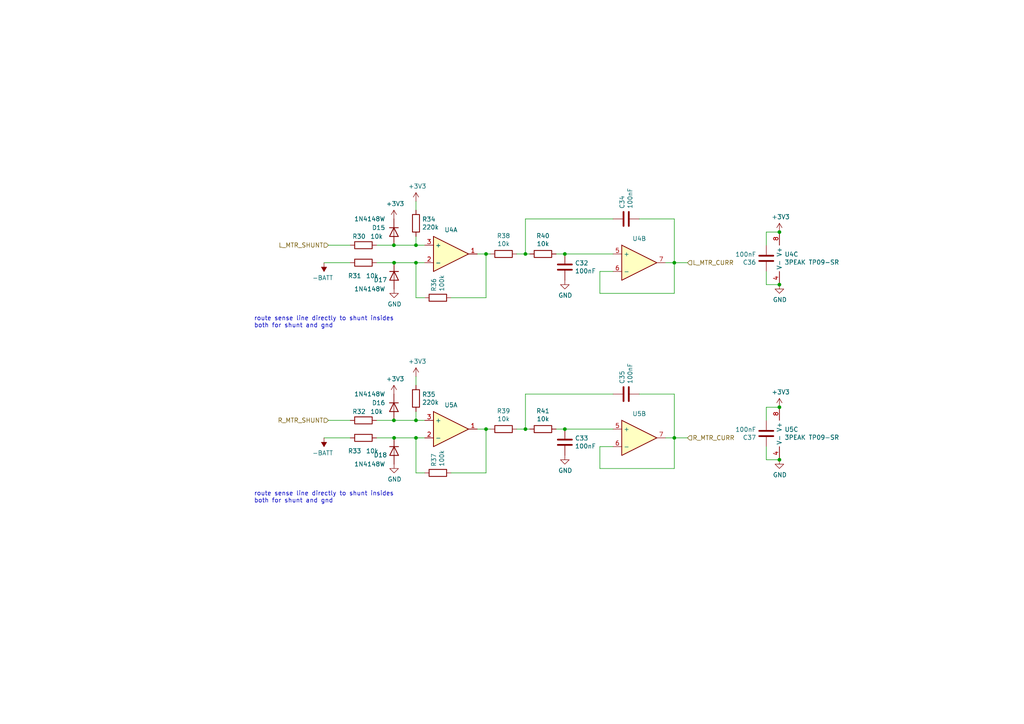
<source format=kicad_sch>
(kicad_sch (version 20211123) (generator eeschema)
  (paper "A4")
  (lib_symbols
    (symbol "Device:C" (pin_numbers hide) (pin_names (offset 0.254))
      (property "Reference" "C" (at 0.635 2.54 0))
      (property "Value" "C" (at 0.635 -2.54 0))
      (symbol "C_0_1"
        (polyline (pts (xy -2.032 -0.762) (xy 2.032 -0.762)) (stroke (width 0.508)))
        (polyline (pts (xy -2.032 0.762) (xy 2.032 0.762)) (stroke (width 0.508)))
      )
      (symbol "C_1_1"
        (pin passive line (at 0 3.81 270) (length 2.794) (name "~") (number "1"))
        (pin passive line (at 0 -3.81 90) (length 2.794) (name "~") (number "2"))
      )
    )
    (symbol "Device:D" (pin_numbers hide) (pin_names (offset 1.016) hide)
      (property "Reference" "D" (at 0 2.54 0))
      (property "Value" "D" (at 0 -2.54 0))
      (symbol "D_0_1"
        (polyline (pts (xy -1.27 1.27) (xy -1.27 -1.27)) (stroke (width 0.254)))
        (polyline (pts (xy 1.27 0) (xy -1.27 0)))
        (polyline (pts (xy 1.27 1.27) (xy 1.27 -1.27) (xy -1.27 0) (xy 1.27 1.27)) (stroke (width 0.254)))
      )
      (symbol "D_1_1"
        (pin passive line (at -3.81 0 0) (length 2.54) (name "K") (number "1"))
        (pin passive line (at 3.81 0 180) (length 2.54) (name "A") (number "2"))
      )
    )
    (symbol "Device:Opamp_Dual"
      (property "Reference" "U" (at 0 5.08 0))
      (property "Value" "Opamp_Dual" (at 0 -5.08 0))
      (symbol "Opamp_Dual_1_1"
        (polyline (pts (xy -5.08 5.08) (xy 5.08 0) (xy -5.08 -5.08) (xy -5.08 5.08)) (stroke (width 0.254)) (fill (type background)))
        (pin output line (at 7.62 0 180) (length 2.54) (name "~") (number "1"))
        (pin input line (at -7.62 -2.54 0) (length 2.54) (name "-") (number "2"))
        (pin input line (at -7.62 2.54 0) (length 2.54) (name "+") (number "3"))
      )
      (symbol "Opamp_Dual_2_1"
        (polyline (pts (xy -5.08 5.08) (xy 5.08 0) (xy -5.08 -5.08) (xy -5.08 5.08)) (stroke (width 0.254)) (fill (type background)))
        (pin input line (at -7.62 2.54 0) (length 2.54) (name "+") (number "5"))
        (pin input line (at -7.62 -2.54 0) (length 2.54) (name "-") (number "6"))
        (pin output line (at 7.62 0 180) (length 2.54) (name "~") (number "7"))
      )
      (symbol "Opamp_Dual_3_1"
        (pin power_in line (at -2.54 -7.62 90) (length 3.81) (name "V-") (number "4"))
        (pin power_in line (at -2.54 7.62 270) (length 3.81) (name "V+") (number "8"))
      )
    )
    (symbol "Device:R" (pin_numbers hide) (pin_names (offset 0))
      (property "Reference" "R" (at 2.032 0 90))
      (property "Value" "R" (at 0 0 90))
      (symbol "R_0_1"
        (rectangle (start -1.016 -2.54) (end 1.016 2.54) (stroke (width 0.254)))
      )
      (symbol "R_1_1"
        (pin passive line (at 0 3.81 270) (length 1.27) (name "~") (number "1"))
        (pin passive line (at 0 -3.81 90) (length 1.27) (name "~") (number "2"))
      )
    )
    (symbol "power:+3.3V" (power) (pin_names (offset 0))
      (property "Value" "+3.3V" (at 0 3.556 0))
      (symbol "+3.3V_0_1"
        (polyline (pts (xy -0.762 1.27) (xy 0 2.54)))
        (polyline (pts (xy 0 0) (xy 0 2.54)))
        (polyline (pts (xy 0 2.54) (xy 0.762 1.27)))
      )
      (symbol "+3.3V_1_1"
        (pin power_in line (at 0 0 90) (length 0) hide (name "+3V3") (number "1"))
      )
    )
    (symbol "power:-BATT" (power) (pin_names (offset 0))
      (property "Value" "-BATT" (at 0 3.556 0))
      (symbol "-BATT_0_1"
        (polyline (pts (xy 0 0) (xy 0 2.54)))
        (polyline (pts (xy 0.762 1.27) (xy -0.762 1.27) (xy 0 2.54) (xy 0.762 1.27)) (fill (type outline)))
      )
      (symbol "-BATT_1_1"
        (pin power_in line (at 0 0 90) (length 0) hide (name "-BATT") (number "1"))
      )
    )
    (symbol "power:GND" (power) (pin_names (offset 0))
      (property "Value" "GND" (at 0 -3.81 0))
      (symbol "GND_0_1"
        (polyline (pts (xy 0 0) (xy 0 -1.27) (xy 1.27 -1.27) (xy 0 -2.54) (xy -1.27 -1.27) (xy 0 -1.27)))
      )
      (symbol "GND_1_1"
        (pin power_in line (at 0 0 270) (length 0) hide (name "GND") (number "1"))
      )
    )
  )
  (junction (at 163.83 73.66))
  (junction (at 226.06 133.35))
  (junction (at 226.06 118.11))
  (junction (at 120.65 121.92))
  (junction (at 195.58 127))
  (junction (at 226.06 67.31))
  (junction (at 140.97 73.66))
  (junction (at 114.2474 121.92))
  (junction (at 120.65 127))
  (junction (at 114.3 127))
  (junction (at 152.4 73.66))
  (junction (at 163.83 124.46))
  (junction (at 152.4 124.46))
  (junction (at 226.06 82.55))
  (junction (at 140.97 124.46))
  (junction (at 195.58 76.2))
  (junction (at 120.65 71.12))
  (junction (at 120.65 76.2))
  (junction (at 114.2474 71.12))
  (junction (at 114.3 76.2))
  (wire (pts (xy 173.99 129.54) (xy 177.8 129.54)))
  (wire (pts (xy 173.99 78.74) (xy 177.8 78.74)))
  (wire (pts (xy 120.65 71.12) (xy 123.19 71.12)))
  (wire (pts (xy 152.4 114.3) (xy 177.8 114.3)))
  (wire (pts (xy 138.43 124.46) (xy 140.97 124.46)))
  (wire (pts (xy 177.8 124.46) (xy 163.83 124.46)))
  (wire (pts (xy 114.2474 71.12) (xy 120.65 71.12)))
  (wire (pts (xy 123.19 76.2) (xy 120.65 76.2)))
  (wire (pts (xy 120.65 137.16) (xy 123.19 137.16)))
  (wire (pts (xy 109.22 127) (xy 114.3 127)))
  (wire (pts (xy 152.4 73.66) (xy 152.4 63.5)))
  (wire (pts (xy 222.25 71.12) (xy 222.25 67.31)))
  (wire (pts (xy 195.58 114.3) (xy 195.58 127)))
  (wire (pts (xy 222.25 78.74) (xy 222.25 82.55)))
  (wire (pts (xy 222.25 121.92) (xy 222.25 118.11)))
  (wire (pts (xy 152.4 73.66) (xy 153.67 73.66)))
  (wire (pts (xy 222.25 118.11) (xy 226.06 118.11)))
  (wire (pts (xy 152.4 124.46) (xy 152.4 114.3)))
  (wire (pts (xy 140.97 137.16) (xy 140.97 124.46)))
  (wire (pts (xy 120.65 127) (xy 120.65 137.16)))
  (wire (pts (xy 109.22 121.92) (xy 114.2474 121.92)))
  (wire (pts (xy 140.97 73.66) (xy 142.24 73.66)))
  (wire (pts (xy 114.3 76.2) (xy 120.65 76.2)))
  (wire (pts (xy 130.81 86.36) (xy 140.97 86.36)))
  (wire (pts (xy 173.99 129.54) (xy 173.99 135.89)))
  (wire (pts (xy 222.25 82.55) (xy 226.06 82.55)))
  (wire (pts (xy 195.58 135.89) (xy 195.58 127)))
  (wire (pts (xy 222.25 67.31) (xy 226.06 67.31)))
  (wire (pts (xy 120.65 121.92) (xy 123.19 121.92)))
  (wire (pts (xy 195.58 76.2) (xy 199.39 76.2)))
  (wire (pts (xy 140.97 124.46) (xy 142.24 124.46)))
  (wire (pts (xy 109.22 71.12) (xy 114.2474 71.12)))
  (wire (pts (xy 195.58 63.5) (xy 195.58 76.2)))
  (wire (pts (xy 109.22 76.2) (xy 114.3 76.2)))
  (wire (pts (xy 152.4 63.5) (xy 177.8 63.5)))
  (wire (pts (xy 95.25 71.12) (xy 101.6 71.12)))
  (wire (pts (xy 161.29 124.46) (xy 163.83 124.46)))
  (wire (pts (xy 140.97 86.36) (xy 140.97 73.66)))
  (wire (pts (xy 95.25 121.92) (xy 101.6 121.92)))
  (wire (pts (xy 93.98 127) (xy 101.6 127)))
  (wire (pts (xy 114.3 127) (xy 120.65 127)))
  (wire (pts (xy 120.65 58.42) (xy 120.65 60.96)))
  (wire (pts (xy 120.65 86.36) (xy 123.19 86.36)))
  (wire (pts (xy 138.43 73.66) (xy 140.97 73.66)))
  (wire (pts (xy 130.81 137.16) (xy 140.97 137.16)))
  (wire (pts (xy 173.99 85.09) (xy 195.58 85.09)))
  (wire (pts (xy 114.2474 121.92) (xy 120.65 121.92)))
  (wire (pts (xy 161.29 73.66) (xy 163.83 73.66)))
  (wire (pts (xy 185.42 63.5) (xy 195.58 63.5)))
  (wire (pts (xy 149.86 73.66) (xy 152.4 73.66)))
  (wire (pts (xy 193.04 76.2) (xy 195.58 76.2)))
  (wire (pts (xy 120.65 119.38) (xy 120.65 121.92)))
  (wire (pts (xy 152.4 124.46) (xy 153.67 124.46)))
  (wire (pts (xy 123.19 127) (xy 120.65 127)))
  (wire (pts (xy 120.65 76.2) (xy 120.65 86.36)))
  (wire (pts (xy 193.04 127) (xy 195.58 127)))
  (wire (pts (xy 120.65 109.22) (xy 120.65 111.76)))
  (wire (pts (xy 93.98 76.2) (xy 101.6 76.2)))
  (wire (pts (xy 222.25 133.35) (xy 226.06 133.35)))
  (wire (pts (xy 173.99 78.74) (xy 173.99 85.09)))
  (wire (pts (xy 195.58 127) (xy 199.39 127)))
  (wire (pts (xy 222.25 129.54) (xy 222.25 133.35)))
  (wire (pts (xy 149.86 124.46) (xy 152.4 124.46)))
  (wire (pts (xy 173.99 135.89) (xy 195.58 135.89)))
  (wire (pts (xy 120.65 68.58) (xy 120.65 71.12)))
  (wire (pts (xy 177.8 73.66) (xy 163.83 73.66)))
  (wire (pts (xy 185.42 114.3) (xy 195.58 114.3)))
  (wire (pts (xy 195.58 85.09) (xy 195.58 76.2)))
  (text "route sense line directly to shunt insides\nboth for shunt and gnd" (at 73.66 95.25 0) (effects (font (size 1.27 1.27)) (justify left bottom)))
  (text "route sense line directly to shunt insides\nboth for shunt and gnd" (at 73.66 146.05 0) (effects (font (size 1.27 1.27)) (justify left bottom)))
  (hierarchical_label "R_MTR_SHUNT" (shape input) (at 95.25 121.92 180))
  (hierarchical_label "R_MTR_CURR" (shape input) (at 199.39 127 0))
  (hierarchical_label "L_MTR_SHUNT" (shape input) (at 95.25 71.12 180))
  (hierarchical_label "L_MTR_CURR" (shape input) (at 199.39 76.2 0))
  (symbol (lib_id "Device:R") (at 157.48 124.46 270) (unit 1)
    (property "Reference" "R41" (at 157.48 119.2022 90))
    (property "Value" "10k" (at 157.48 121.5136 90))
    (property "Footprint" "Resistor_SMD:R_0603_1608Metric" (effects hide))
    (property "LCSC Part #" "C25804" (effects hide))
  )
  (symbol (lib_id "Device:R") (at 120.65 115.57 0) (unit 1)
    (property "Reference" "R35" (at 122.428 114.4016 0) (effects (justify left)))
    (property "Value" "220k" (at 122.428 116.713 0) (effects (justify left)))
    (property "Footprint" "Resistor_SMD:R_0603_1608Metric" (effects hide))
    (property "LCSC Part #" "C22961" (effects hide))
  )
  (symbol (lib_id "power:+3.3V") (at 120.65 109.22 0) (unit 1)
    (property "Reference" "#PWR053" (effects hide))
    (property "Value" "+3.3V" (at 121.031 104.8258 0))
  )
  (symbol (lib_id "Device:C") (at 163.83 128.27 0) (unit 1)
    (property "Reference" "C33" (at 166.751 127.1016 0) (effects (justify left)))
    (property "Value" "100nF" (at 166.751 129.413 0) (effects (justify left)))
    (property "Footprint" "Capacitor_SMD:C_0603_1608Metric" (effects hide))
    (property "LCSC Part #" "C14663" (effects hide))
  )
  (symbol (lib_id "power:GND") (at 163.83 132.08 0) (unit 1)
    (property "Reference" "#PWR055" (effects hide))
    (property "Value" "GND" (at 163.957 136.4742 0))
  )
  (symbol (lib_id "Device:Opamp_Dual") (at 185.42 127 0) (unit 2)
    (property "Reference" "U5" (at 185.42 120.015 0))
    (property "Value" "3PEAK TP09-SR" (effects hide))
    (property "Footprint" "Package_SO:SOIC-8_3.9x4.9mm_P1.27mm" (effects hide))
    (property "LCSC Part #" "C81662" (effects hide))
  )
  (symbol (lib_id "Device:R") (at 105.41 127 270) (unit 1)
    (property "Reference" "R33" (at 102.87 130.81 90))
    (property "Value" "10k" (at 107.95 130.81 90))
    (property "Footprint" "Resistor_SMD:R_0603_1608Metric" (effects hide))
    (property "LCSC Part #" "C25804" (effects hide))
  )
  (symbol (lib_id "power:+3.3V") (at 226.06 118.11 0) (unit 1)
    (property "Reference" "#PWR058" (effects hide))
    (property "Value" "+3.3V" (at 226.441 113.7158 0))
  )
  (symbol (lib_id "power:GND") (at 226.06 133.35 0) (unit 1)
    (property "Reference" "#PWR059" (effects hide))
    (property "Value" "GND" (at 226.187 137.7442 0))
  )
  (symbol (lib_id "Device:Opamp_Dual") (at 130.81 124.46 0) (unit 1)
    (property "Reference" "U5" (at 130.81 117.475 0))
    (property "Value" "3PEAK TP09-SR" (effects hide))
    (property "Footprint" "Package_SO:SOIC-8_3.9x4.9mm_P1.27mm" (effects hide))
    (property "LCSC Part #" "C81662" (effects hide))
  )
  (symbol (lib_id "Device:Opamp_Dual") (at 228.6 125.73 0) (unit 3)
    (property "Reference" "U5" (at 227.5332 124.5616 0) (effects (justify left)))
    (property "Value" "3PEAK TP09-SR" (at 227.5332 126.873 0) (effects (justify left)))
    (property "Footprint" "Package_SO:SOIC-8_3.9x4.9mm_P1.27mm" (effects hide))
    (property "LCSC Part #" "C81662" (effects hide))
  )
  (symbol (lib_id "Device:R") (at 120.65 64.77 0) (unit 1)
    (property "Reference" "R34" (at 122.428 63.6016 0) (effects (justify left)))
    (property "Value" "220k" (at 122.428 65.913 0) (effects (justify left)))
    (property "Footprint" "Resistor_SMD:R_0603_1608Metric" (effects hide))
    (property "LCSC Part #" "C22961" (effects hide))
  )
  (symbol (lib_id "Device:D") (at 114.2474 118.11 270) (unit 1)
    (property "Reference" "D16" (at 111.76 116.84 90) (effects (justify right)))
    (property "Value" "1N4148W" (at 111.76 114.3 90) (effects (justify right)))
    (property "Footprint" "Diode_SMD:D_SOD-123" (effects hide))
    (property "LCSC Part #" "C81598" (effects hide))
  )
  (symbol (lib_id "Device:R") (at 157.48 73.66 270) (unit 1)
    (property "Reference" "R40" (at 157.48 68.4022 90))
    (property "Value" "10k" (at 157.48 70.7136 90))
    (property "Footprint" "Resistor_SMD:R_0603_1608Metric" (effects hide))
    (property "LCSC Part #" "C25804" (effects hide))
  )
  (symbol (lib_id "Device:C") (at 163.83 77.47 0) (unit 1)
    (property "Reference" "C32" (at 166.751 76.3016 0) (effects (justify left)))
    (property "Value" "100nF" (at 166.751 78.613 0) (effects (justify left)))
    (property "Footprint" "Capacitor_SMD:C_0603_1608Metric" (effects hide))
    (property "LCSC Part #" "C14663" (effects hide))
  )
  (symbol (lib_id "power:-BATT") (at 93.98 127 180) (unit 1)
    (property "Reference" "#PWR0169" (effects hide))
    (property "Value" "-BATT" (at 93.599 131.3942 0))
  )
  (symbol (lib_id "power:GND") (at 114.3 134.62 0) (unit 1)
    (property "Reference" "#PWR051" (effects hide))
    (property "Value" "GND" (at 114.427 139.0142 0))
  )
  (symbol (lib_id "Device:Opamp_Dual") (at 228.6 74.93 0) (unit 3)
    (property "Reference" "U4" (at 227.5332 73.7616 0) (effects (justify left)))
    (property "Value" "3PEAK TP09-SR" (at 227.5332 76.073 0) (effects (justify left)))
    (property "Footprint" "Package_SO:SOIC-8_3.9x4.9mm_P1.27mm" (effects hide))
    (property "LCSC Part #" "C81662" (effects hide))
  )
  (symbol (lib_id "Device:R") (at 146.05 124.46 270) (unit 1)
    (property "Reference" "R39" (at 146.05 119.2022 90))
    (property "Value" "10k" (at 146.05 121.5136 90))
    (property "Footprint" "Resistor_SMD:R_0603_1608Metric" (effects hide))
    (property "LCSC Part #" "C25804" (effects hide))
  )
  (symbol (lib_id "Device:D") (at 114.3 80.01 270) (unit 1)
    (property "Reference" "D17" (at 112.2934 81.1784 90) (effects (justify right)))
    (property "Value" "1N4148W" (at 111.76 83.82 90) (effects (justify right)))
    (property "Footprint" "Diode_SMD:D_SOD-123" (effects hide))
    (property "LCSC Part #" "C81598" (effects hide))
  )
  (symbol (lib_id "power:GND") (at 163.83 81.28 0) (unit 1)
    (property "Reference" "#PWR054" (effects hide))
    (property "Value" "GND" (at 163.957 85.6742 0))
  )
  (symbol (lib_id "power:+3.3V") (at 114.2474 63.5 0) (unit 1)
    (property "Reference" "#PWR048" (effects hide))
    (property "Value" "+3.3V" (at 114.6284 59.1058 0))
  )
  (symbol (lib_id "Device:Opamp_Dual") (at 130.81 73.66 0) (unit 1)
    (property "Reference" "U4" (at 130.81 66.675 0))
    (property "Value" "3PEAK TP09-SR" (effects hide))
    (property "Footprint" "Package_SO:SOIC-8_3.9x4.9mm_P1.27mm" (effects hide))
    (property "LCSC Part #" "C81662" (effects hide))
  )
  (symbol (lib_id "power:-BATT") (at 93.98 76.2 180) (unit 1)
    (property "Reference" "#PWR0168" (effects hide))
    (property "Value" "-BATT" (at 93.599 80.5942 0))
  )
  (symbol (lib_id "Device:Opamp_Dual") (at 185.42 76.2 0) (unit 2)
    (property "Reference" "U4" (at 185.42 69.215 0))
    (property "Value" "3PEAK TP09-SR" (effects hide))
    (property "Footprint" "Package_SO:SOIC-8_3.9x4.9mm_P1.27mm" (effects hide))
    (property "LCSC Part #" "C81662" (effects hide))
  )
  (symbol (lib_id "Device:C") (at 222.25 125.73 180) (unit 1)
    (property "Reference" "C37" (at 219.329 126.8984 0) (effects (justify left)))
    (property "Value" "100nF" (at 219.329 124.587 0) (effects (justify left)))
    (property "Footprint" "Capacitor_SMD:C_0603_1608Metric" (effects hide))
    (property "LCSC Part #" "C14663" (effects hide))
  )
  (symbol (lib_id "Device:C") (at 181.61 63.5 90) (unit 1)
    (property "Reference" "C34" (at 180.4416 60.579 0) (effects (justify left)))
    (property "Value" "100nF" (at 182.753 60.579 0) (effects (justify left)))
    (property "Footprint" "Capacitor_SMD:C_0603_1608Metric" (effects hide))
    (property "LCSC Part #" "C14663" (effects hide))
  )
  (symbol (lib_id "Device:D") (at 114.2474 67.31 270) (unit 1)
    (property "Reference" "D15" (at 111.76 66.04 90) (effects (justify right)))
    (property "Value" "1N4148W" (at 111.76 63.5 90) (effects (justify right)))
    (property "Footprint" "Diode_SMD:D_SOD-123" (effects hide))
    (property "LCSC Part #" "C81598" (effects hide))
  )
  (symbol (lib_id "Device:R") (at 127 137.16 90) (unit 1)
    (property "Reference" "R37" (at 125.8316 135.382 0) (effects (justify left)))
    (property "Value" "100k" (at 128.143 135.382 0) (effects (justify left)))
    (property "Footprint" "Resistor_SMD:R_0603_1608Metric" (effects hide))
  )
  (symbol (lib_id "Device:C") (at 181.61 114.3 90) (unit 1)
    (property "Reference" "C35" (at 180.4416 111.379 0) (effects (justify left)))
    (property "Value" "100nF" (at 182.753 111.379 0) (effects (justify left)))
    (property "Footprint" "Capacitor_SMD:C_0603_1608Metric" (effects hide))
    (property "LCSC Part #" "C14663" (effects hide))
  )
  (symbol (lib_id "power:GND") (at 114.3 83.82 0) (unit 1)
    (property "Reference" "#PWR050" (effects hide))
    (property "Value" "GND" (at 114.427 88.2142 0))
  )
  (symbol (lib_id "Device:R") (at 105.41 71.12 270) (unit 1)
    (property "Reference" "R30" (at 104.14 68.58 90))
    (property "Value" "10k" (at 109.22 68.58 90))
    (property "Footprint" "Resistor_SMD:R_0603_1608Metric" (effects hide))
    (property "LCSC Part #" "C25804" (effects hide))
  )
  (symbol (lib_id "Device:R") (at 127 86.36 90) (unit 1)
    (property "Reference" "R36" (at 125.8316 84.582 0) (effects (justify left)))
    (property "Value" "100k" (at 128.143 84.582 0) (effects (justify left)))
    (property "Footprint" "Resistor_SMD:R_0603_1608Metric" (effects hide))
  )
  (symbol (lib_id "power:+3.3V") (at 120.65 58.42 0) (unit 1)
    (property "Reference" "#PWR052" (effects hide))
    (property "Value" "+3.3V" (at 121.031 54.0258 0))
  )
  (symbol (lib_id "Device:R") (at 105.41 76.2 270) (unit 1)
    (property "Reference" "R31" (at 102.87 80.01 90))
    (property "Value" "10k" (at 107.95 80.01 90))
    (property "Footprint" "Resistor_SMD:R_0603_1608Metric" (effects hide))
    (property "LCSC Part #" "C25804" (effects hide))
  )
  (symbol (lib_id "power:+3.3V") (at 226.06 67.31 0) (unit 1)
    (property "Reference" "#PWR056" (effects hide))
    (property "Value" "+3.3V" (at 226.441 62.9158 0))
  )
  (symbol (lib_id "Device:R") (at 105.41 121.92 270) (unit 1)
    (property "Reference" "R32" (at 104.14 119.38 90))
    (property "Value" "10k" (at 109.22 119.38 90))
    (property "Footprint" "Resistor_SMD:R_0603_1608Metric" (effects hide))
    (property "LCSC Part #" "C25804" (effects hide))
  )
  (symbol (lib_id "Device:D") (at 114.3 130.81 270) (unit 1)
    (property "Reference" "D18" (at 112.2934 131.9784 90) (effects (justify right)))
    (property "Value" "1N4148W" (at 111.76 134.62 90) (effects (justify right)))
    (property "Footprint" "Diode_SMD:D_SOD-123" (effects hide))
    (property "LCSC Part #" "C81598" (effects hide))
  )
  (symbol (lib_id "power:+3.3V") (at 114.2474 114.3 0) (unit 1)
    (property "Reference" "#PWR049" (effects hide))
    (property "Value" "+3.3V" (at 114.6284 109.9058 0))
  )
  (symbol (lib_id "Device:C") (at 222.25 74.93 180) (unit 1)
    (property "Reference" "C36" (at 219.329 76.0984 0) (effects (justify left)))
    (property "Value" "100nF" (at 219.329 73.787 0) (effects (justify left)))
    (property "Footprint" "Capacitor_SMD:C_0603_1608Metric" (effects hide))
    (property "LCSC Part #" "C14663" (effects hide))
  )
  (symbol (lib_id "Device:R") (at 146.05 73.66 270) (unit 1)
    (property "Reference" "R38" (at 146.05 68.4022 90))
    (property "Value" "10k" (at 146.05 70.7136 90))
    (property "Footprint" "Resistor_SMD:R_0603_1608Metric" (effects hide))
    (property "LCSC Part #" "C25804" (effects hide))
  )
  (symbol (lib_id "power:GND") (at 226.06 82.55 0) (unit 1)
    (property "Reference" "#PWR057" (effects hide))
    (property "Value" "GND" (at 226.187 86.9442 0))
  )
)
</source>
